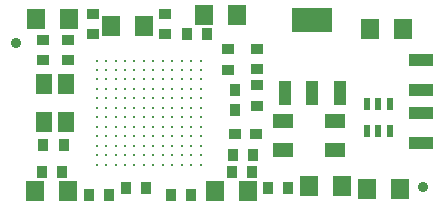
<source format=gbr>
%FSLAX23Y23*%
%MOIN*%
G04 EasyPC Gerber Version 17.0 Build 3379 *
%ADD138R,0.01962X0.04324*%
%ADD133R,0.03537X0.03931*%
%ADD127R,0.03734X0.03852*%
%ADD128R,0.03931X0.03537*%
%ADD131R,0.04400X0.08400*%
%ADD136R,0.05506X0.07080*%
%ADD125R,0.05899X0.06687*%
%ADD135R,0.08261X0.04324*%
%ADD132R,0.13773X0.08261*%
%ADD130C,0.00978*%
%ADD79C,0.03537*%
%ADD134R,0.03931X0.03537*%
%ADD126R,0.03852X0.03734*%
%ADD129R,0.03537X0.03931*%
%ADD137R,0.06687X0.05112*%
X0Y0D02*
D02*
D79*
X307Y767D03*
X1665Y290D03*
D02*
D125*
X372Y275D03*
X374Y850D03*
X482Y275D03*
X484Y850D03*
X624Y826D03*
X734D03*
X933Y863D03*
X972Y275D03*
X1043Y863D03*
X1082Y275D03*
X1283Y292D03*
X1393D03*
X1476Y281D03*
X1488Y814D03*
X1586Y281D03*
X1598Y814D03*
D02*
D126*
X563Y797D03*
Y866D03*
X805Y797D03*
Y866D03*
X1014Y679D03*
Y748D03*
X1112Y559D03*
Y628D03*
D02*
D127*
X398Y428D03*
X467D03*
X550Y261D03*
X619D03*
X824D03*
X892D03*
X1146Y285D03*
X1215D03*
D02*
D128*
X1039Y464D03*
X1106D03*
D02*
D129*
X1039Y544D03*
Y611D03*
D02*
D130*
X577Y363D03*
Y395D03*
Y426D03*
Y458D03*
Y489D03*
Y521D03*
Y552D03*
Y584D03*
Y615D03*
Y647D03*
Y678D03*
Y710D03*
X608Y363D03*
Y395D03*
Y426D03*
Y458D03*
Y489D03*
Y521D03*
Y552D03*
Y584D03*
Y615D03*
Y647D03*
Y678D03*
Y710D03*
X640Y363D03*
Y395D03*
Y426D03*
Y458D03*
Y489D03*
Y521D03*
Y552D03*
Y584D03*
Y615D03*
Y647D03*
Y678D03*
Y710D03*
X671Y363D03*
Y395D03*
Y426D03*
Y458D03*
Y489D03*
Y521D03*
Y552D03*
Y584D03*
Y615D03*
Y647D03*
Y678D03*
Y710D03*
X702Y363D03*
Y395D03*
Y426D03*
Y458D03*
Y489D03*
Y521D03*
Y552D03*
Y584D03*
Y615D03*
Y647D03*
Y678D03*
Y710D03*
X734Y363D03*
Y395D03*
Y426D03*
Y458D03*
Y489D03*
Y521D03*
Y552D03*
Y584D03*
Y615D03*
Y647D03*
Y678D03*
Y710D03*
X765Y363D03*
Y395D03*
Y426D03*
Y458D03*
Y489D03*
Y521D03*
Y552D03*
Y584D03*
Y615D03*
Y647D03*
Y678D03*
Y710D03*
X797Y363D03*
Y395D03*
Y426D03*
Y458D03*
Y489D03*
Y521D03*
Y552D03*
Y584D03*
Y615D03*
Y647D03*
Y678D03*
Y710D03*
X828Y363D03*
Y395D03*
Y426D03*
Y458D03*
Y489D03*
Y521D03*
Y552D03*
Y584D03*
Y615D03*
Y647D03*
Y678D03*
Y710D03*
X860Y363D03*
Y395D03*
Y426D03*
Y458D03*
Y489D03*
Y521D03*
Y552D03*
Y584D03*
Y615D03*
Y647D03*
Y678D03*
Y710D03*
X891Y363D03*
Y395D03*
Y426D03*
Y458D03*
Y489D03*
Y521D03*
Y552D03*
Y584D03*
Y615D03*
Y647D03*
Y678D03*
Y710D03*
X923Y363D03*
Y395D03*
Y426D03*
Y458D03*
Y489D03*
Y521D03*
Y552D03*
Y584D03*
Y615D03*
Y647D03*
Y678D03*
Y710D03*
D02*
D131*
X1204Y602D03*
X1295D03*
X1386D03*
D02*
D132*
X1295Y846D03*
D02*
D133*
X393Y338D03*
X460D03*
X673Y285D03*
X740D03*
X876Y798D03*
X943D03*
X1027Y338D03*
X1031Y395D03*
X1094Y338D03*
X1098Y395D03*
D02*
D134*
X399Y712D03*
Y779D03*
X480Y712D03*
Y779D03*
X1112Y682D03*
Y749D03*
D02*
D135*
X1659Y435D03*
Y534D03*
Y612D03*
Y711D03*
D02*
D136*
X401Y505D03*
Y631D03*
X474Y505D03*
Y631D03*
D02*
D137*
X1199Y413D03*
Y507D03*
X1372Y413D03*
Y507D03*
D02*
D138*
X1478Y476D03*
Y566D03*
X1515Y476D03*
Y566D03*
X1553Y476D03*
Y566D03*
X0Y0D02*
M02*

</source>
